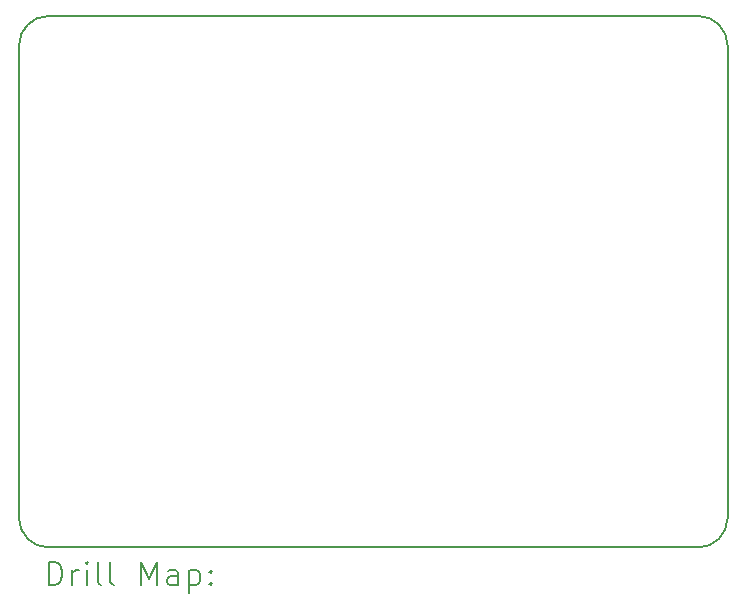
<source format=gbr>
%TF.GenerationSoftware,KiCad,Pcbnew,7.0.7*%
%TF.CreationDate,2023-11-15T17:54:29+01:00*%
%TF.ProjectId,Nodo_ESP32_bresser,4e6f646f-5f45-4535-9033-325f62726573,rev?*%
%TF.SameCoordinates,Original*%
%TF.FileFunction,Drillmap*%
%TF.FilePolarity,Positive*%
%FSLAX45Y45*%
G04 Gerber Fmt 4.5, Leading zero omitted, Abs format (unit mm)*
G04 Created by KiCad (PCBNEW 7.0.7) date 2023-11-15 17:54:29*
%MOMM*%
%LPD*%
G01*
G04 APERTURE LIST*
%ADD10C,0.200000*%
G04 APERTURE END LIST*
D10*
X11447500Y-10774600D02*
G75*
G03*
X11697500Y-11024600I250000J0D01*
G01*
X11697500Y-11024600D02*
X17197500Y-11024600D01*
X11447500Y-6774600D02*
X11447500Y-10774600D01*
X17197500Y-6524600D02*
X11697500Y-6524600D01*
X17197500Y-11024600D02*
G75*
G03*
X17447500Y-10774600I0J250000D01*
G01*
X17447500Y-6774600D02*
G75*
G03*
X17197500Y-6524600I-250000J0D01*
G01*
X11697500Y-6524600D02*
G75*
G03*
X11447500Y-6774600I0J-250000D01*
G01*
X17447500Y-10774600D02*
X17447500Y-6774600D01*
X11698277Y-11346084D02*
X11698277Y-11146084D01*
X11698277Y-11146084D02*
X11745896Y-11146084D01*
X11745896Y-11146084D02*
X11774467Y-11155608D01*
X11774467Y-11155608D02*
X11793515Y-11174655D01*
X11793515Y-11174655D02*
X11803039Y-11193703D01*
X11803039Y-11193703D02*
X11812562Y-11231798D01*
X11812562Y-11231798D02*
X11812562Y-11260369D01*
X11812562Y-11260369D02*
X11803039Y-11298465D01*
X11803039Y-11298465D02*
X11793515Y-11317512D01*
X11793515Y-11317512D02*
X11774467Y-11336560D01*
X11774467Y-11336560D02*
X11745896Y-11346084D01*
X11745896Y-11346084D02*
X11698277Y-11346084D01*
X11898277Y-11346084D02*
X11898277Y-11212750D01*
X11898277Y-11250846D02*
X11907801Y-11231798D01*
X11907801Y-11231798D02*
X11917324Y-11222274D01*
X11917324Y-11222274D02*
X11936372Y-11212750D01*
X11936372Y-11212750D02*
X11955420Y-11212750D01*
X12022086Y-11346084D02*
X12022086Y-11212750D01*
X12022086Y-11146084D02*
X12012562Y-11155608D01*
X12012562Y-11155608D02*
X12022086Y-11165131D01*
X12022086Y-11165131D02*
X12031610Y-11155608D01*
X12031610Y-11155608D02*
X12022086Y-11146084D01*
X12022086Y-11146084D02*
X12022086Y-11165131D01*
X12145896Y-11346084D02*
X12126848Y-11336560D01*
X12126848Y-11336560D02*
X12117324Y-11317512D01*
X12117324Y-11317512D02*
X12117324Y-11146084D01*
X12250658Y-11346084D02*
X12231610Y-11336560D01*
X12231610Y-11336560D02*
X12222086Y-11317512D01*
X12222086Y-11317512D02*
X12222086Y-11146084D01*
X12479229Y-11346084D02*
X12479229Y-11146084D01*
X12479229Y-11146084D02*
X12545896Y-11288941D01*
X12545896Y-11288941D02*
X12612562Y-11146084D01*
X12612562Y-11146084D02*
X12612562Y-11346084D01*
X12793515Y-11346084D02*
X12793515Y-11241322D01*
X12793515Y-11241322D02*
X12783991Y-11222274D01*
X12783991Y-11222274D02*
X12764943Y-11212750D01*
X12764943Y-11212750D02*
X12726848Y-11212750D01*
X12726848Y-11212750D02*
X12707801Y-11222274D01*
X12793515Y-11336560D02*
X12774467Y-11346084D01*
X12774467Y-11346084D02*
X12726848Y-11346084D01*
X12726848Y-11346084D02*
X12707801Y-11336560D01*
X12707801Y-11336560D02*
X12698277Y-11317512D01*
X12698277Y-11317512D02*
X12698277Y-11298465D01*
X12698277Y-11298465D02*
X12707801Y-11279417D01*
X12707801Y-11279417D02*
X12726848Y-11269893D01*
X12726848Y-11269893D02*
X12774467Y-11269893D01*
X12774467Y-11269893D02*
X12793515Y-11260369D01*
X12888753Y-11212750D02*
X12888753Y-11412750D01*
X12888753Y-11222274D02*
X12907801Y-11212750D01*
X12907801Y-11212750D02*
X12945896Y-11212750D01*
X12945896Y-11212750D02*
X12964943Y-11222274D01*
X12964943Y-11222274D02*
X12974467Y-11231798D01*
X12974467Y-11231798D02*
X12983991Y-11250846D01*
X12983991Y-11250846D02*
X12983991Y-11307988D01*
X12983991Y-11307988D02*
X12974467Y-11327036D01*
X12974467Y-11327036D02*
X12964943Y-11336560D01*
X12964943Y-11336560D02*
X12945896Y-11346084D01*
X12945896Y-11346084D02*
X12907801Y-11346084D01*
X12907801Y-11346084D02*
X12888753Y-11336560D01*
X13069705Y-11327036D02*
X13079229Y-11336560D01*
X13079229Y-11336560D02*
X13069705Y-11346084D01*
X13069705Y-11346084D02*
X13060182Y-11336560D01*
X13060182Y-11336560D02*
X13069705Y-11327036D01*
X13069705Y-11327036D02*
X13069705Y-11346084D01*
X13069705Y-11222274D02*
X13079229Y-11231798D01*
X13079229Y-11231798D02*
X13069705Y-11241322D01*
X13069705Y-11241322D02*
X13060182Y-11231798D01*
X13060182Y-11231798D02*
X13069705Y-11222274D01*
X13069705Y-11222274D02*
X13069705Y-11241322D01*
M02*

</source>
